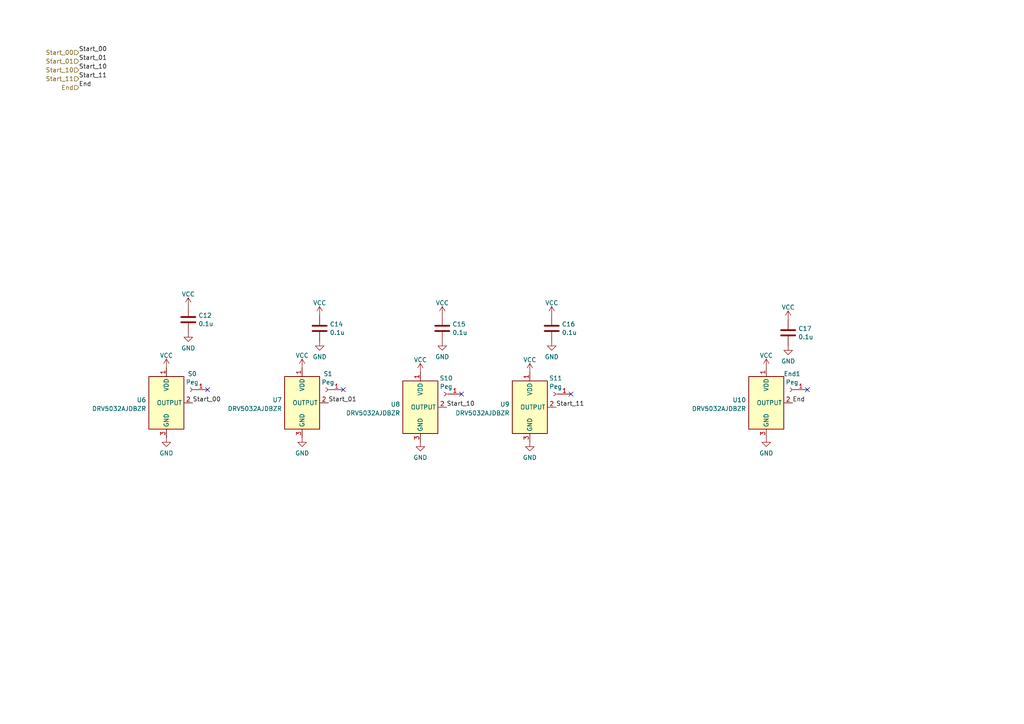
<source format=kicad_sch>
(kicad_sch (version 20250114) (generator "eeschema") (generator_version "9.0")
  (paper "A4")
  (lib_symbols
    (symbol "Connector:Conn_01x01_Female" (pin_names (offset 1.016) (hide yes))
      (property "Reference" "J" (at 0 2.54 0))
      (property "Value" "Conn_01x01_Female" (at 0 -2.54 0))
      (symbol "Conn_01x01_Female_1_1"
        (polyline (pts (xy -1.27 0) (xy -0.508 0)) (stroke (width 0.1524)))
        (arc (start 0 -0.508) (mid -0.5058 0) (end 0 0.508) (stroke (width 0.1524)))
        (pin passive line (at -5.08 0 0) (length 3.81) (name "Pin_1") (number "1"))
      )
    )
    (symbol "Device:C" (pin_numbers (hide yes)) (pin_names (offset 0.254))
      (property "Reference" "C" (at 0.635 2.54 0))
      (property "Value" "C" (at 0.635 -2.54 0))
      (symbol "C_0_1"
        (polyline (pts (xy -2.032 0.762) (xy 2.032 0.762)) (stroke (width 0.508)))
        (polyline (pts (xy -2.032 -0.762) (xy 2.032 -0.762)) (stroke (width 0.508)))
      )
      (symbol "C_1_1"
        (pin passive line (at 0 3.81 270) (length 2.794) (name "~") (number "1"))
        (pin passive line (at 0 -3.81 90) (length 2.794) (name "~") (number "2"))
      )
    )
    (symbol "Sensor_Magnetic:AH1806-W"
      (property "Reference" "U" (at -5.08 8.89 0))
      (property "Value" "AH1806-W" (at 7.62 8.89 0))
      (symbol "AH1806-W_0_1"
        (rectangle (start 5.08 7.62) (end -5.08 -7.62) (stroke (width 0.254)) (fill (type background)))
      )
      (symbol "AH1806-W_1_1"
        (pin power_in line (at 0 10.16 270) (length 2.54) (name "VDD") (number "1"))
        (pin power_in line (at 0 -10.16 90) (length 2.54) (name "GND") (number "3"))
        (pin open_collector line (at 7.62 0 180) (length 2.54) (name "OUTPUT") (number "2"))
      )
    )
    (symbol "power:GND" (power) (pin_names (offset 0))
      (property "Value" "GND" (at 0 -3.81 0))
      (symbol "GND_0_1"
        (polyline (pts (xy 0 0) (xy 0 -1.27) (xy 1.27 -1.27) (xy 0 -2.54) (xy -1.27 -1.27) (xy 0 -1.27)))
      )
      (symbol "GND_1_1"
        (pin power_in line (at 0 0 270) (length 0) (hide yes) (name "GND") (number "1"))
      )
    )
    (symbol "power:VCC" (power) (pin_names (offset 0))
      (property "Value" "VCC" (at 0 3.81 0))
      (symbol "VCC_0_1"
        (polyline (pts (xy -0.762 1.27) (xy 0 2.54)))
        (polyline (pts (xy 0 2.54) (xy 0.762 1.27)))
        (polyline (pts (xy 0 0) (xy 0 2.54)))
      )
      (symbol "VCC_1_1"
        (pin power_in line (at 0 0 90) (length 0) (hide yes) (name "VCC") (number "1"))
      )
    )
  )
  (no_connect (at 234.188 113.03))
  (no_connect (at 60.198 113.03))
  (no_connect (at 165.608 114.3))
  (no_connect (at 99.568 113.03))
  (no_connect (at 133.858 114.3))
  (label "End" (at 229.87 116.84 0))
  (label "Start_01" (at 95.25 116.84 0))
  (label "Start_00" (at 22.86 15.24 0))
  (label "Start_00" (at 55.88 116.84 0))
  (label "Start_01" (at 22.86 17.78 0))
  (label "Start_11" (at 161.29 118.11 0))
  (label "End" (at 22.86 25.4 0))
  (label "Start_10" (at 129.54 118.11 0))
  (label "Start_10" (at 22.86 20.32 0))
  (label "Start_11" (at 22.86 22.86 0))
  (hierarchical_label "Start_00" (shape input) (at 22.86 15.24 180))
  (hierarchical_label "End" (shape input) (at 22.86 25.4 180))
  (hierarchical_label "Start_11" (shape input) (at 22.86 22.86 180))
  (hierarchical_label "Start_10" (shape input) (at 22.86 20.32 180))
  (hierarchical_label "Start_01" (shape input) (at 22.86 17.78 180))
  (symbol (lib_id "power:VCC") (at 228.6 92.71 0) (unit 1)
    (property "Reference" "#PWR062" (effects (hide yes)))
    (property "Value" "VCC" (at 228.6 89.1342 0))
  )
  (symbol (lib_id "power:VCC") (at 160.02 91.44 0) (unit 1)
    (property "Reference" "#PWR060" (effects (hide yes)))
    (property "Value" "VCC" (at 160.02 87.8642 0))
  )
  (symbol (lib_id "Connector:Conn_01x01_Female") (at 160.528 114.3 180) (unit 1)
    (property "Reference" "S11" (at 161.163 109.6983 0))
    (property "Value" "Peg" (at 161.163 112.1226 0))
    (property "Footprint" "Library:TestPattern0" (effects (hide yes)))
  )
  (symbol (lib_id "Sensor_Magnetic:AH1806-W") (at 87.63 116.84 0) (unit 1)
    (property "Reference" "U7" (at 81.788 116.0053 0) (effects (justify right)))
    (property "Value" "DRV5032AJDBZR" (at 81.788 118.5422 0) (effects (justify right)))
    (property "Footprint" "Package_TO_SOT_SMD:SOT-23" (effects (hide yes)))
  )
  (symbol (lib_id "Sensor_Magnetic:AH1806-W") (at 48.26 116.84 0) (unit 1)
    (property "Reference" "U6" (at 42.418 116.0053 0) (effects (justify right)))
    (property "Value" "DRV5032AJDBZR" (at 42.418 118.5422 0) (effects (justify right)))
    (property "Footprint" "Package_TO_SOT_SMD:SOT-23" (effects (hide yes)))
  )
  (symbol (lib_id "Connector:Conn_01x01_Female") (at 128.778 114.3 180) (unit 1)
    (property "Reference" "S10" (at 129.413 109.6983 0))
    (property "Value" "Peg" (at 129.413 112.1226 0))
    (property "Footprint" "Library:TestPattern0" (effects (hide yes)))
  )
  (symbol (lib_id "power:GND") (at 121.92 128.27 0) (unit 1)
    (property "Reference" "#PWR019" (effects (hide yes)))
    (property "Value" "GND" (at 121.92 132.7134 0))
  )
  (symbol (lib_id "power:GND") (at 54.61 96.52 0) (unit 1)
    (property "Reference" "#PWR043" (effects (hide yes)))
    (property "Value" "GND" (at 54.61 100.9634 0))
  )
  (symbol (lib_id "Device:C") (at 54.61 92.71 0) (unit 1)
    (property "Reference" "C12" (at 57.531 91.4978 0) (effects (justify left)))
    (property "Value" "0.1u" (at 57.531 93.9221 0) (effects (justify left)))
    (property "Footprint" "Capacitor_SMD:C_0402_1005Metric" (effects (hide yes)))
    (property "Description" "Unpolarized capacitor" (effects (hide yes)))
  )
  (symbol (lib_id "Device:C") (at 92.71 95.25 0) (unit 1)
    (property "Reference" "C14" (at 95.631 94.0378 0) (effects (justify left)))
    (property "Value" "0.1u" (at 95.631 96.4621 0) (effects (justify left)))
    (property "Footprint" "Capacitor_SMD:C_0402_1005Metric" (effects (hide yes)))
    (property "Description" "Unpolarized capacitor" (effects (hide yes)))
  )
  (symbol (lib_id "power:VCC") (at 153.67 107.95 0) (unit 1)
    (property "Reference" "#PWR024" (effects (hide yes)))
    (property "Value" "VCC" (at 153.67 104.3742 0))
  )
  (symbol (lib_id "Device:C") (at 128.27 95.25 0) (unit 1)
    (property "Reference" "C15" (at 131.191 94.0378 0) (effects (justify left)))
    (property "Value" "0.1u" (at 131.191 96.4621 0) (effects (justify left)))
    (property "Footprint" "Capacitor_SMD:C_0402_1005Metric" (effects (hide yes)))
    (property "Description" "Unpolarized capacitor" (effects (hide yes)))
  )
  (symbol (lib_id "power:GND") (at 48.26 127 0) (unit 1)
    (property "Reference" "#PWR017" (effects (hide yes)))
    (property "Value" "GND" (at 48.26 131.4434 0))
  )
  (symbol (lib_id "power:GND") (at 92.71 99.06 0) (unit 1)
    (property "Reference" "#PWR057" (effects (hide yes)))
    (property "Value" "GND" (at 92.71 103.5034 0))
  )
  (symbol (lib_id "power:GND") (at 87.63 127 0) (unit 1)
    (property "Reference" "#PWR018" (effects (hide yes)))
    (property "Value" "GND" (at 87.63 131.4434 0))
  )
  (symbol (lib_id "power:VCC") (at 121.92 107.95 0) (unit 1)
    (property "Reference" "#PWR023" (effects (hide yes)))
    (property "Value" "VCC" (at 121.92 104.3742 0))
  )
  (symbol (lib_id "power:GND") (at 222.25 127 0) (unit 1)
    (property "Reference" "#PWR021" (effects (hide yes)))
    (property "Value" "GND" (at 222.25 131.4434 0))
  )
  (symbol (lib_id "power:VCC") (at 48.26 106.68 0) (unit 1)
    (property "Reference" "#PWR022" (effects (hide yes)))
    (property "Value" "VCC" (at 48.26 103.1042 0))
  )
  (symbol (lib_id "power:GND") (at 228.6 100.33 0) (unit 1)
    (property "Reference" "#PWR063" (effects (hide yes)))
    (property "Value" "GND" (at 228.6 104.7734 0))
  )
  (symbol (lib_id "power:GND") (at 160.02 99.06 0) (unit 1)
    (property "Reference" "#PWR061" (effects (hide yes)))
    (property "Value" "GND" (at 160.02 103.5034 0))
  )
  (symbol (lib_id "Device:C") (at 160.02 95.25 0) (unit 1)
    (property "Reference" "C16" (at 162.941 94.0378 0) (effects (justify left)))
    (property "Value" "0.1u" (at 162.941 96.4621 0) (effects (justify left)))
    (property "Footprint" "Capacitor_SMD:C_0402_1005Metric" (effects (hide yes)))
    (property "Description" "Unpolarized capacitor" (effects (hide yes)))
  )
  (symbol (lib_id "Connector:Conn_01x01_Female") (at 229.108 113.03 180) (unit 1)
    (property "Reference" "End1" (at 229.743 108.4283 0))
    (property "Value" "Peg" (at 229.743 110.8526 0))
    (property "Footprint" "Library:TestPattern0" (effects (hide yes)))
  )
  (symbol (lib_id "Connector:Conn_01x01_Female") (at 55.118 113.03 180) (unit 1)
    (property "Reference" "S0" (at 55.753 108.4283 0))
    (property "Value" "Peg" (at 55.753 110.8526 0))
    (property "Footprint" "Library:TestPattern0" (effects (hide yes)))
  )
  (symbol (lib_id "Device:C") (at 228.6 96.52 0) (unit 1)
    (property "Reference" "C17" (at 231.521 95.3078 0) (effects (justify left)))
    (property "Value" "0.1u" (at 231.521 97.7321 0) (effects (justify left)))
    (property "Footprint" "Capacitor_SMD:C_0402_1005Metric" (effects (hide yes)))
    (property "Description" "Unpolarized capacitor" (effects (hide yes)))
  )
  (symbol (lib_id "Sensor_Magnetic:AH1806-W") (at 222.25 116.84 0) (unit 1)
    (property "Reference" "U10" (at 216.408 116.0053 0) (effects (justify right)))
    (property "Value" "DRV5032AJDBZR" (at 216.408 118.5422 0) (effects (justify right)))
    (property "Footprint" "Package_TO_SOT_SMD:SOT-23" (effects (hide yes)))
  )
  (symbol (lib_id "power:VCC") (at 87.63 106.68 0) (unit 1)
    (property "Reference" "#PWR026" (effects (hide yes)))
    (property "Value" "VCC" (at 87.63 103.1042 0))
  )
  (symbol (lib_id "power:VCC") (at 92.71 91.44 0) (unit 1)
    (property "Reference" "#PWR056" (effects (hide yes)))
    (property "Value" "VCC" (at 92.71 87.8642 0))
  )
  (symbol (lib_id "Sensor_Magnetic:AH1806-W") (at 121.92 118.11 0) (unit 1)
    (property "Reference" "U8" (at 116.078 117.2753 0) (effects (justify right)))
    (property "Value" "DRV5032AJDBZR" (at 116.078 119.8122 0) (effects (justify right)))
    (property "Footprint" "Package_TO_SOT_SMD:SOT-23" (effects (hide yes)))
  )
  (symbol (lib_id "power:VCC") (at 54.61 88.9 0) (unit 1)
    (property "Reference" "#PWR040" (effects (hide yes)))
    (property "Value" "VCC" (at 54.61 85.3242 0))
  )
  (symbol (lib_id "Sensor_Magnetic:AH1806-W") (at 153.67 118.11 0) (unit 1)
    (property "Reference" "U9" (at 147.828 117.2753 0) (effects (justify right)))
    (property "Value" "DRV5032AJDBZR" (at 147.828 119.8122 0) (effects (justify right)))
    (property "Footprint" "Package_TO_SOT_SMD:SOT-23" (effects (hide yes)))
  )
  (symbol (lib_id "Connector:Conn_01x01_Female") (at 94.488 113.03 180) (unit 1)
    (property "Reference" "S1" (at 95.123 108.4283 0))
    (property "Value" "Peg" (at 95.123 110.8526 0))
    (property "Footprint" "Library:TestPattern0" (effects (hide yes)))
  )
  (symbol (lib_id "power:GND") (at 153.67 128.27 0) (unit 1)
    (property "Reference" "#PWR020" (effects (hide yes)))
    (property "Value" "GND" (at 153.67 132.7134 0))
  )
  (symbol (lib_id "power:VCC") (at 222.25 106.68 0) (unit 1)
    (property "Reference" "#PWR025" (effects (hide yes)))
    (property "Value" "VCC" (at 222.25 103.1042 0))
  )
  (symbol (lib_id "power:GND") (at 128.27 99.06 0) (unit 1)
    (property "Reference" "#PWR059" (effects (hide yes)))
    (property "Value" "GND" (at 128.27 103.5034 0))
  )
  (symbol (lib_id "power:VCC") (at 128.27 91.44 0) (unit 1)
    (property "Reference" "#PWR058" (effects (hide yes)))
    (property "Value" "VCC" (at 128.27 87.8642 0))
  )
)
</source>
